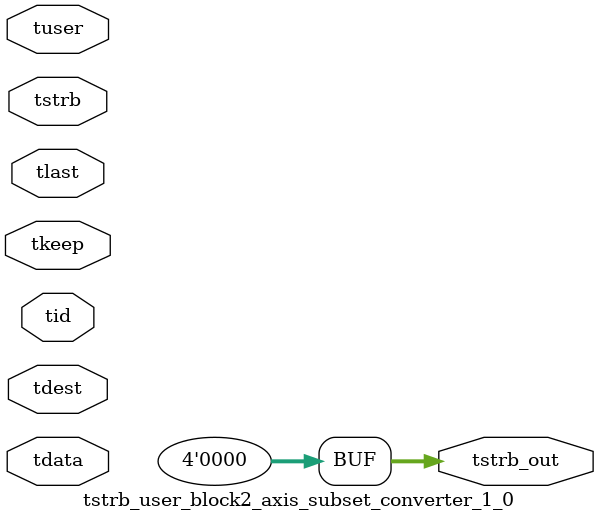
<source format=v>


`timescale 1ps/1ps

module tstrb_user_block2_axis_subset_converter_1_0 #
(
parameter C_S_AXIS_TDATA_WIDTH = 32,
parameter C_S_AXIS_TUSER_WIDTH = 0,
parameter C_S_AXIS_TID_WIDTH   = 0,
parameter C_S_AXIS_TDEST_WIDTH = 0,
parameter C_M_AXIS_TDATA_WIDTH = 32
)
(
input  [(C_S_AXIS_TDATA_WIDTH == 0 ? 1 : C_S_AXIS_TDATA_WIDTH)-1:0     ] tdata,
input  [(C_S_AXIS_TUSER_WIDTH == 0 ? 1 : C_S_AXIS_TUSER_WIDTH)-1:0     ] tuser,
input  [(C_S_AXIS_TID_WIDTH   == 0 ? 1 : C_S_AXIS_TID_WIDTH)-1:0       ] tid,
input  [(C_S_AXIS_TDEST_WIDTH == 0 ? 1 : C_S_AXIS_TDEST_WIDTH)-1:0     ] tdest,
input  [(C_S_AXIS_TDATA_WIDTH/8)-1:0 ] tkeep,
input  [(C_S_AXIS_TDATA_WIDTH/8)-1:0 ] tstrb,
input                                                                    tlast,
output [(C_M_AXIS_TDATA_WIDTH/8)-1:0 ] tstrb_out
);

assign tstrb_out = {1'b0};

endmodule


</source>
